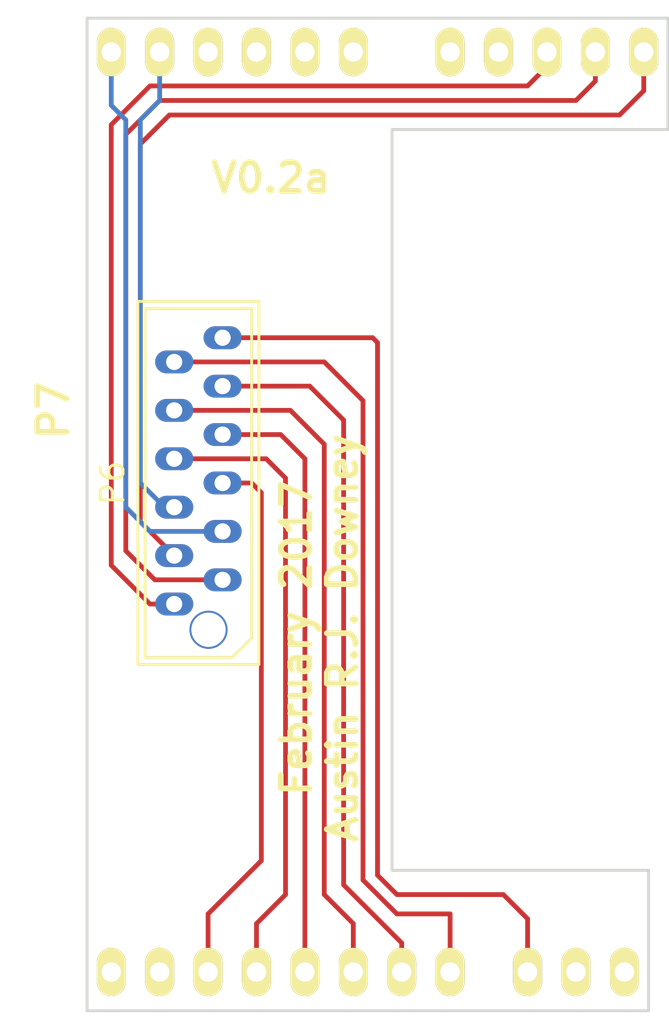
<source format=kicad_pcb>
(kicad_pcb (version 4) (host pcbnew 4.0.5)

  (general
    (links 12)
    (no_connects 0)
    (area 148.14 79.873499 183.463001 133.994501)
    (thickness 1.6)
    (drawings 10)
    (tracks 66)
    (zones 0)
    (modules 2)
    (nets 23)
  )

  (page A4)
  (layers
    (0 F.Cu signal)
    (31 B.Cu signal)
    (32 B.Adhes user hide)
    (33 F.Adhes user hide)
    (34 B.Paste user hide)
    (35 F.Paste user hide)
    (36 B.SilkS user)
    (37 F.SilkS user)
    (38 B.Mask user)
    (39 F.Mask user)
    (40 Dwgs.User user hide)
    (41 Cmts.User user hide)
    (42 Eco1.User user hide)
    (43 Eco2.User user hide)
    (44 Edge.Cuts user)
    (45 Margin user hide)
    (46 B.CrtYd user hide)
    (47 F.CrtYd user hide)
    (48 B.Fab user hide)
    (49 F.Fab user hide)
  )

  (setup
    (last_trace_width 0.25)
    (trace_clearance 0.2)
    (zone_clearance 0.508)
    (zone_45_only yes)
    (trace_min 0.01)
    (segment_width 0.2)
    (edge_width 0.15)
    (via_size 0.6)
    (via_drill 0.4)
    (via_min_size 0.4)
    (via_min_drill 0.3)
    (uvia_size 0.3)
    (uvia_drill 0.1)
    (uvias_allowed no)
    (uvia_min_size 0.2)
    (uvia_min_drill 0.1)
    (pcb_text_width 0.3)
    (pcb_text_size 1.5 1.5)
    (mod_edge_width 0.15)
    (mod_text_size 1 1)
    (mod_text_width 0.15)
    (pad_size 4.064 4.064)
    (pad_drill 0)
    (pad_to_mask_clearance 0.2)
    (aux_axis_origin 0 0)
    (visible_elements 7FFEFFE5)
    (pcbplotparams
      (layerselection 0x010f0_80000001)
      (usegerberextensions false)
      (excludeedgelayer true)
      (linewidth 0.100000)
      (plotframeref false)
      (viasonmask false)
      (mode 1)
      (useauxorigin false)
      (hpglpennumber 1)
      (hpglpenspeed 20)
      (hpglpendiameter 15)
      (hpglpenoverlay 2)
      (psnegative false)
      (psa4output false)
      (plotreference false)
      (plotvalue true)
      (plotinvisibletext false)
      (padsonsilk false)
      (subtractmaskfromsilk false)
      (outputformat 1)
      (mirror false)
      (drillshape 0)
      (scaleselection 1)
      (outputdirectory Gerber/shell/))
  )

  (net 0 "")
  (net 1 "Net-(P6-Pad1)")
  (net 2 "Net-(P6-Pad2)")
  (net 3 "Net-(P6-Pad3)")
  (net 4 "Net-(P6-Pad4)")
  (net 5 "Net-(P6-Pad5)")
  (net 6 "Net-(P6-Pad6)")
  (net 7 "Net-(P6-Pad7)")
  (net 8 "Net-(P6-Pad8)")
  (net 9 "Net-(P6-Pad9)")
  (net 10 "Net-(P6-Pad10)")
  (net 11 "Net-(P6-Pad11)")
  (net 12 "Net-(P6-Pad12)")
  (net 13 "Net-(P7-Pad4)")
  (net 14 "Net-(P7-Pad5)")
  (net 15 "Net-(P7-Pad6)")
  (net 16 "Net-(P7-Pad7)")
  (net 17 "Net-(P7-Pad8)")
  (net 18 "Net-(P7-Pad9)")
  (net 19 "Net-(P7-Pad12)")
  (net 20 "Net-(P7-Pad13)")
  (net 21 "Net-(P7-Pad21)")
  (net 22 "Net-(P7-Pad22)")

  (net_class Default "This is the default net class."
    (clearance 0.2)
    (trace_width 0.25)
    (via_dia 0.6)
    (via_drill 0.4)
    (uvia_dia 0.3)
    (uvia_drill 0.1)
    (add_net "Net-(P6-Pad1)")
    (add_net "Net-(P6-Pad10)")
    (add_net "Net-(P6-Pad11)")
    (add_net "Net-(P6-Pad12)")
    (add_net "Net-(P6-Pad2)")
    (add_net "Net-(P6-Pad3)")
    (add_net "Net-(P6-Pad4)")
    (add_net "Net-(P6-Pad5)")
    (add_net "Net-(P6-Pad6)")
    (add_net "Net-(P6-Pad7)")
    (add_net "Net-(P6-Pad8)")
    (add_net "Net-(P6-Pad9)")
    (add_net "Net-(P7-Pad12)")
    (add_net "Net-(P7-Pad13)")
    (add_net "Net-(P7-Pad21)")
    (add_net "Net-(P7-Pad22)")
    (add_net "Net-(P7-Pad4)")
    (add_net "Net-(P7-Pad5)")
    (add_net "Net-(P7-Pad6)")
    (add_net "Net-(P7-Pad7)")
    (add_net "Net-(P7-Pad8)")
    (add_net "Net-(P7-Pad9)")
  )

  (module Downey:ARDUINO_SHIELD_half_moon (layer F.Cu) (tedit 5892BC76) (tstamp 58903546)
    (at 148.59 104.14 270)
    (descr http://www.thingiverse.com/thing:9630)
    (path /5880E374)
    (fp_text reference P7 (at -2.54 -2.54 450) (layer F.SilkS)
      (effects (font (thickness 0.3048)))
    )
    (fp_text value arduino_half_moonX24 (at 12.192 -2.54 270) (layer F.SilkS) hide
      (effects (font (thickness 0.3048)))
    )
    (fp_line (start 28.194 -3.048) (end 29.464 -4.318) (layer Cmts.User) (width 0.381))
    (fp_line (start -21.336 -3.048) (end -23.876 -3.048) (layer Cmts.User) (width 0.381))
    (pad 11 thru_hole oval (at -21.336 -5.588 270) (size 2.54 1.524) (drill 1.016) (layers *.Cu *.Mask F.SilkS)
      (net 4 "Net-(P6-Pad4)"))
    (pad 10 thru_hole oval (at -21.336 -8.128 270) (size 2.54 1.524) (drill 1.016) (layers *.Cu *.Mask F.SilkS)
      (net 5 "Net-(P6-Pad5)"))
    (pad 9 thru_hole oval (at -21.336 -10.668 270) (size 2.54 1.524) (drill 1.016) (layers *.Cu *.Mask F.SilkS)
      (net 18 "Net-(P7-Pad9)"))
    (pad 6 thru_hole oval (at -21.336 -18.288 270) (size 2.54 1.524) (drill 1.016) (layers *.Cu *.Mask F.SilkS)
      (net 15 "Net-(P7-Pad6)"))
    (pad 7 thru_hole oval (at -21.336 -15.748 270) (size 2.54 1.524) (drill 1.016) (layers *.Cu *.Mask F.SilkS)
      (net 16 "Net-(P7-Pad7)"))
    (pad 8 thru_hole oval (at -21.336 -13.208 270) (size 2.54 1.524) (drill 1.016) (layers *.Cu *.Mask F.SilkS)
      (net 17 "Net-(P7-Pad8)"))
    (pad 5 thru_hole oval (at -21.336 -23.368 270) (size 2.54 1.524) (drill 1.016) (layers *.Cu *.Mask F.SilkS)
      (net 14 "Net-(P7-Pad5)"))
    (pad 4 thru_hole oval (at -21.336 -25.908 270) (size 2.54 1.524) (drill 1.016) (layers *.Cu *.Mask F.SilkS)
      (net 13 "Net-(P7-Pad4)"))
    (pad 3 thru_hole oval (at -21.336 -28.448 270) (size 2.54 1.524) (drill 1.016) (layers *.Cu *.Mask F.SilkS)
      (net 1 "Net-(P6-Pad1)"))
    (pad 1 thru_hole oval (at -21.336 -33.528 270) (size 2.54 1.524) (drill 1.016) (layers *.Cu *.Mask F.SilkS)
      (net 3 "Net-(P6-Pad3)"))
    (pad 12 thru_hole oval (at 26.924 -5.588 270) (size 2.54 1.524) (drill 1.016) (layers *.Cu *.Mask F.SilkS)
      (net 19 "Net-(P7-Pad12)"))
    (pad 13 thru_hole oval (at 26.924 -8.128 270) (size 2.54 1.524) (drill 1.016) (layers *.Cu *.Mask F.SilkS)
      (net 20 "Net-(P7-Pad13)"))
    (pad 14 thru_hole oval (at 26.924 -10.668 270) (size 2.54 1.524) (drill 1.016) (layers *.Cu *.Mask F.SilkS)
      (net 6 "Net-(P6-Pad6)"))
    (pad 15 thru_hole oval (at 26.924 -13.208 270) (size 2.54 1.524) (drill 1.016) (layers *.Cu *.Mask F.SilkS)
      (net 7 "Net-(P6-Pad7)"))
    (pad 16 thru_hole oval (at 26.924 -15.748 270) (size 2.54 1.524) (drill 1.016) (layers *.Cu *.Mask F.SilkS)
      (net 8 "Net-(P6-Pad8)"))
    (pad 17 thru_hole oval (at 26.924 -18.288 270) (size 2.54 1.524) (drill 1.016) (layers *.Cu *.Mask F.SilkS)
      (net 9 "Net-(P6-Pad9)"))
    (pad 18 thru_hole oval (at 26.924 -20.828 270) (size 2.54 1.524) (drill 1.016) (layers *.Cu *.Mask F.SilkS)
      (net 10 "Net-(P6-Pad10)"))
    (pad 19 thru_hole oval (at 26.924 -23.368 270) (size 2.54 1.524) (drill 1.016) (layers *.Cu *.Mask F.SilkS)
      (net 11 "Net-(P6-Pad11)"))
    (pad 20 thru_hole oval (at 26.924 -27.432 270) (size 2.54 1.524) (drill 1.016) (layers *.Cu *.Mask F.SilkS)
      (net 12 "Net-(P6-Pad12)"))
    (pad 21 thru_hole oval (at 26.924 -29.972 270) (size 2.54 1.524) (drill 1.016) (layers *.Cu *.Mask F.SilkS)
      (net 21 "Net-(P7-Pad21)"))
    (pad 22 thru_hole oval (at 26.924 -32.512 270) (size 2.54 1.524) (drill 1.016) (layers *.Cu *.Mask F.SilkS)
      (net 22 "Net-(P7-Pad22)"))
    (pad 2 thru_hole oval (at -21.336 -30.988 270) (size 2.54 1.524) (drill 1.016) (layers *.Cu *.Mask F.SilkS)
      (net 2 "Net-(P6-Pad2)"))
  )

  (module Downey:3M_12POS_ribbon_conn (layer F.Cu) (tedit 5892AE63) (tstamp 58807933)
    (at 158.75 105.41 90)
    (path /5880923C)
    (fp_text reference P6 (at 0 -4.5 90) (layer F.SilkS)
      (effects (font (size 1.2 1.2) (thickness 0.15)))
    )
    (fp_text value CONN_01X12 (at 2.25 4 90) (layer F.Fab)
      (effects (font (size 1.2 1.2) (thickness 0.15)))
    )
    (fp_line (start 9.144 2.794) (end 9.144 -2.794) (layer F.SilkS) (width 0.15))
    (fp_line (start 9.144 -2.794) (end -9.144 -2.794) (layer F.SilkS) (width 0.15))
    (fp_line (start -8.128 2.794) (end 9.144 2.794) (layer F.SilkS) (width 0.15))
    (fp_line (start -9.144 1.778) (end -8.128 2.794) (layer F.SilkS) (width 0.15))
    (fp_line (start -9.144 -2.794) (end -9.144 1.778) (layer F.SilkS) (width 0.15))
    (fp_line (start -9.525 -3.175) (end -9.525 3.175) (layer F.SilkS) (width 0.15))
    (fp_line (start -9.525 3.175) (end 9.525 3.175) (layer F.SilkS) (width 0.15))
    (fp_line (start 9.525 3.175) (end 9.525 -3.175) (layer F.SilkS) (width 0.15))
    (fp_line (start -9.525 -3.175) (end 9.525 -3.175) (layer F.SilkS) (width 0.15))
    (pad 1 thru_hole oval (at -6.35 -1.27 90) (size 1.2 2) (drill 0.85) (layers *.Cu *.Mask)
      (net 1 "Net-(P6-Pad1)"))
    (pad 2 thru_hole oval (at -5.08 1.27 90) (size 1.2 2) (drill 0.85) (layers *.Cu *.Mask)
      (net 2 "Net-(P6-Pad2)"))
    (pad 3 thru_hole oval (at -3.81 -1.27 90) (size 1.2 2) (drill 0.85) (layers *.Cu *.Mask)
      (net 3 "Net-(P6-Pad3)"))
    (pad 4 thru_hole oval (at -2.54 1.27 90) (size 1.2 2) (drill 0.85) (layers *.Cu *.Mask)
      (net 4 "Net-(P6-Pad4)"))
    (pad 5 thru_hole oval (at -1.27 -1.27 90) (size 1.2 2) (drill 0.85) (layers *.Cu *.Mask)
      (net 5 "Net-(P6-Pad5)"))
    (pad 6 thru_hole oval (at 0 1.27 90) (size 1.2 2) (drill 0.85) (layers *.Cu *.Mask)
      (net 6 "Net-(P6-Pad6)"))
    (pad 7 thru_hole oval (at 1.27 -1.27 90) (size 1.2 2) (drill 0.85) (layers *.Cu *.Mask)
      (net 7 "Net-(P6-Pad7)"))
    (pad 8 thru_hole oval (at 2.54 1.27 90) (size 1.2 2) (drill 0.85) (layers *.Cu *.Mask)
      (net 8 "Net-(P6-Pad8)"))
    (pad 9 thru_hole oval (at 3.81 -1.27 90) (size 1.2 2) (drill 0.85) (layers *.Cu *.Mask)
      (net 9 "Net-(P6-Pad9)"))
    (pad 10 thru_hole oval (at 5.08 1.27 90) (size 1.2 2) (drill 0.85) (layers *.Cu *.Mask)
      (net 10 "Net-(P6-Pad10)"))
    (pad 11 thru_hole oval (at 6.35 -1.27 90) (size 1.2 2) (drill 0.85) (layers *.Cu *.Mask)
      (net 11 "Net-(P6-Pad11)"))
    (pad 12 thru_hole oval (at 7.62 1.27 90) (size 1.2 2) (drill 0.85) (layers *.Cu *.Mask)
      (net 12 "Net-(P6-Pad12)"))
    (pad "" np_thru_hole circle (at -7.7 0.53 90) (size 2 2) (drill 1.8) (layers *.Cu *.Mask))
  )

  (gr_text V0.2a (at 162.56 89.408) (layer F.SilkS)
    (effects (font (size 1.5 1.5) (thickness 0.3)))
  )
  (gr_text "February 2017\nAustin R.J. Downey" (at 165.1 113.538 90) (layer F.SilkS)
    (effects (font (size 1.5 1.5) (thickness 0.3)))
  )
  (gr_line (start 152.908 133.096) (end 152.908 81.026) (angle 90) (layer Edge.Cuts) (width 0.15))
  (gr_line (start 182.372 133.096) (end 152.908 133.096) (angle 90) (layer Edge.Cuts) (width 0.15))
  (gr_line (start 182.372 125.73) (end 182.372 133.096) (angle 90) (layer Edge.Cuts) (width 0.15))
  (gr_line (start 168.91 125.73) (end 182.372 125.73) (angle 90) (layer Edge.Cuts) (width 0.15))
  (gr_line (start 168.91 86.868) (end 168.91 125.73) (angle 90) (layer Edge.Cuts) (width 0.15))
  (gr_line (start 183.388 86.868) (end 168.91 86.868) (angle 90) (layer Edge.Cuts) (width 0.15))
  (gr_line (start 183.388 81.026) (end 183.388 86.868) (angle 90) (layer Edge.Cuts) (width 0.15))
  (gr_line (start 152.908 81.026) (end 183.388 81.026) (angle 90) (layer Edge.Cuts) (width 0.15))

  (segment (start 177.038 82.804) (end 177.038 83.566) (width 0.25) (layer F.Cu) (net 1) (status C00000))
  (segment (start 177.038 83.566) (end 176.022 84.582) (width 0.25) (layer F.Cu) (net 1) (tstamp 5892C11F) (status 400000))
  (segment (start 176.022 84.582) (end 156.21 84.582) (width 0.25) (layer F.Cu) (net 1) (tstamp 5892C120))
  (segment (start 156.21 84.582) (end 154.178 86.614) (width 0.25) (layer F.Cu) (net 1) (tstamp 5892C122))
  (segment (start 154.178 86.614) (end 154.178 109.728) (width 0.25) (layer F.Cu) (net 1) (tstamp 5892C124))
  (segment (start 154.178 109.728) (end 156.21 111.76) (width 0.25) (layer F.Cu) (net 1) (tstamp 5892C129))
  (segment (start 156.21 111.76) (end 157.48 111.76) (width 0.25) (layer F.Cu) (net 1) (tstamp 5892C12B) (status 800000))
  (segment (start 160.02 110.49) (end 156.464 110.49) (width 0.25) (layer F.Cu) (net 2) (status 400000))
  (segment (start 179.578 84.328) (end 179.578 82.804) (width 0.25) (layer F.Cu) (net 2) (tstamp 5892C11B) (status 800000))
  (segment (start 178.562 85.344) (end 179.578 84.328) (width 0.25) (layer F.Cu) (net 2) (tstamp 5892C119))
  (segment (start 156.718 85.344) (end 178.562 85.344) (width 0.25) (layer F.Cu) (net 2) (tstamp 5892C116))
  (segment (start 154.94 87.122) (end 156.718 85.344) (width 0.25) (layer F.Cu) (net 2) (tstamp 5892C111))
  (segment (start 154.94 108.966) (end 154.94 87.122) (width 0.25) (layer F.Cu) (net 2) (tstamp 5892C10E))
  (segment (start 156.464 110.49) (end 154.94 108.966) (width 0.25) (layer F.Cu) (net 2) (tstamp 5892C10D))
  (segment (start 182.118 82.804) (end 182.118 84.836) (width 0.25) (layer F.Cu) (net 3) (status 400000))
  (segment (start 155.702 107.442) (end 157.48 109.22) (width 0.25) (layer F.Cu) (net 3) (tstamp 5892C107) (status 800000))
  (segment (start 155.702 87.63) (end 155.702 107.442) (width 0.25) (layer F.Cu) (net 3) (tstamp 5892C101))
  (segment (start 157.226 86.106) (end 155.702 87.63) (width 0.25) (layer F.Cu) (net 3) (tstamp 5892C0FD))
  (segment (start 180.848 86.106) (end 157.226 86.106) (width 0.25) (layer F.Cu) (net 3) (tstamp 5892C0F7))
  (segment (start 182.118 84.836) (end 180.848 86.106) (width 0.25) (layer F.Cu) (net 3) (tstamp 5892C0F4))
  (segment (start 154.178 82.804) (end 154.178 85.598) (width 0.25) (layer B.Cu) (net 4) (status 400000))
  (segment (start 156.21 107.95) (end 160.02 107.95) (width 0.25) (layer B.Cu) (net 4) (tstamp 5892C14B) (status 800000))
  (segment (start 154.94 106.68) (end 156.21 107.95) (width 0.25) (layer B.Cu) (net 4) (tstamp 5892C149))
  (segment (start 154.94 86.36) (end 154.94 106.68) (width 0.25) (layer B.Cu) (net 4) (tstamp 5892C148))
  (segment (start 154.178 85.598) (end 154.94 86.36) (width 0.25) (layer B.Cu) (net 4) (tstamp 5892C147))
  (segment (start 157.48 106.68) (end 156.972 106.68) (width 0.25) (layer B.Cu) (net 5) (status C00000))
  (segment (start 156.972 106.68) (end 155.702 105.41) (width 0.25) (layer B.Cu) (net 5) (tstamp 5892C135) (status 400000))
  (segment (start 155.702 105.41) (end 155.702 86.36) (width 0.25) (layer B.Cu) (net 5) (tstamp 5892C139))
  (segment (start 155.702 86.36) (end 156.718 85.344) (width 0.25) (layer B.Cu) (net 5) (tstamp 5892C141))
  (segment (start 156.718 85.344) (end 156.718 82.804) (width 0.25) (layer B.Cu) (net 5) (tstamp 5892C143) (status 800000))
  (segment (start 159.258 131.064) (end 159.258 128.016) (width 0.25) (layer F.Cu) (net 6))
  (segment (start 161.544 105.41) (end 160.02 105.41) (width 0.25) (layer F.Cu) (net 6) (tstamp 5892C056))
  (segment (start 162.052 105.918) (end 161.544 105.41) (width 0.25) (layer F.Cu) (net 6) (tstamp 5892C053))
  (segment (start 162.052 125.222) (end 162.052 105.918) (width 0.25) (layer F.Cu) (net 6) (tstamp 5892C052))
  (segment (start 159.258 128.016) (end 162.052 125.222) (width 0.25) (layer F.Cu) (net 6) (tstamp 5892C051))
  (segment (start 157.48 104.14) (end 162.306 104.14) (width 0.25) (layer F.Cu) (net 7))
  (segment (start 161.798 128.524) (end 161.798 131.064) (width 0.25) (layer F.Cu) (net 7) (tstamp 5892C04D))
  (segment (start 163.322 127) (end 161.798 128.524) (width 0.25) (layer F.Cu) (net 7) (tstamp 5892C046))
  (segment (start 163.322 105.156) (end 163.322 127) (width 0.25) (layer F.Cu) (net 7) (tstamp 5892C045))
  (segment (start 162.306 104.14) (end 163.322 105.156) (width 0.25) (layer F.Cu) (net 7) (tstamp 5892C044))
  (segment (start 160.02 102.87) (end 163.068 102.87) (width 0.25) (layer F.Cu) (net 8))
  (segment (start 164.338 104.14) (end 164.338 131.064) (width 0.25) (layer F.Cu) (net 8) (tstamp 5892C03A))
  (segment (start 163.068 102.87) (end 164.338 104.14) (width 0.25) (layer F.Cu) (net 8) (tstamp 5892C039))
  (segment (start 157.48 101.6) (end 163.576 101.6) (width 0.25) (layer F.Cu) (net 9))
  (segment (start 166.878 128.524) (end 166.878 131.064) (width 0.25) (layer F.Cu) (net 9) (tstamp 5892C035))
  (segment (start 165.354 127) (end 166.878 128.524) (width 0.25) (layer F.Cu) (net 9) (tstamp 5892C02E))
  (segment (start 165.354 103.378) (end 165.354 127) (width 0.25) (layer F.Cu) (net 9) (tstamp 5892C02D))
  (segment (start 163.576 101.6) (end 165.354 103.378) (width 0.25) (layer F.Cu) (net 9) (tstamp 5892C02B))
  (segment (start 169.418 131.064) (end 169.418 129.54) (width 0.25) (layer F.Cu) (net 10))
  (segment (start 164.592 100.33) (end 160.02 100.33) (width 0.25) (layer F.Cu) (net 10) (tstamp 5892C021))
  (segment (start 166.37 102.108) (end 164.592 100.33) (width 0.25) (layer F.Cu) (net 10) (tstamp 5892C01F))
  (segment (start 166.37 126.492) (end 166.37 102.108) (width 0.25) (layer F.Cu) (net 10) (tstamp 5892C01B))
  (segment (start 169.418 129.54) (end 166.37 126.492) (width 0.25) (layer F.Cu) (net 10) (tstamp 5892C015))
  (segment (start 171.958 131.064) (end 171.958 128.016) (width 0.25) (layer F.Cu) (net 11))
  (segment (start 165.354 99.06) (end 157.48 99.06) (width 0.25) (layer F.Cu) (net 11) (tstamp 5892BFFB))
  (segment (start 167.386 101.092) (end 165.354 99.06) (width 0.25) (layer F.Cu) (net 11) (tstamp 5892BFF4))
  (segment (start 167.386 126.238) (end 167.386 101.092) (width 0.25) (layer F.Cu) (net 11) (tstamp 5892BFF3))
  (segment (start 169.164 128.016) (end 167.386 126.238) (width 0.25) (layer F.Cu) (net 11) (tstamp 5892BFF2))
  (segment (start 171.958 128.016) (end 169.164 128.016) (width 0.25) (layer F.Cu) (net 11) (tstamp 5892BFF1))
  (segment (start 160.02 97.79) (end 167.894 97.79) (width 0.25) (layer F.Cu) (net 12))
  (segment (start 176.022 128.27) (end 176.022 131.064) (width 0.25) (layer F.Cu) (net 12) (tstamp 5892BFED))
  (segment (start 174.752 127) (end 176.022 128.27) (width 0.25) (layer F.Cu) (net 12) (tstamp 5892BFEB))
  (segment (start 169.164 127) (end 174.752 127) (width 0.25) (layer F.Cu) (net 12) (tstamp 5892BFE7))
  (segment (start 168.148 125.984) (end 169.164 127) (width 0.25) (layer F.Cu) (net 12) (tstamp 5892BFE6))
  (segment (start 168.148 98.044) (end 168.148 125.984) (width 0.25) (layer F.Cu) (net 12) (tstamp 5892BFE3))
  (segment (start 167.894 97.79) (end 168.148 98.044) (width 0.25) (layer F.Cu) (net 12) (tstamp 5892BFE1))

)

</source>
